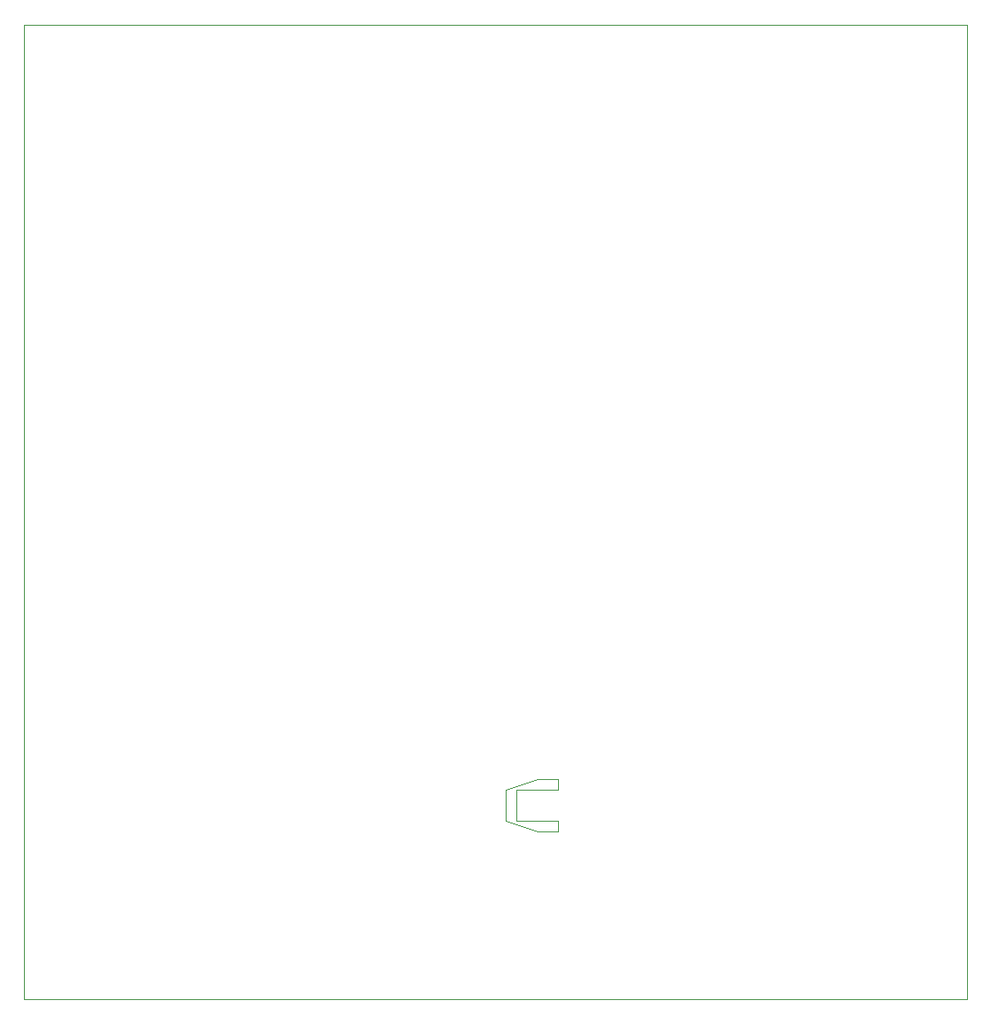
<source format=gbr>
%TF.GenerationSoftware,KiCad,Pcbnew,9.0.0*%
%TF.CreationDate,2025-04-25T09:10:44+07:00*%
%TF.ProjectId,Final_Project_PCB,46696e61-6c5f-4507-926f-6a6563745f50,rev?*%
%TF.SameCoordinates,Original*%
%TF.FileFunction,Profile,NP*%
%FSLAX46Y46*%
G04 Gerber Fmt 4.6, Leading zero omitted, Abs format (unit mm)*
G04 Created by KiCad (PCBNEW 9.0.0) date 2025-04-25 09:10:44*
%MOMM*%
%LPD*%
G01*
G04 APERTURE LIST*
%TA.AperFunction,Profile*%
%ADD10C,0.050000*%
%TD*%
G04 APERTURE END LIST*
D10*
X201000000Y-112000000D02*
X201000000Y-111000000D01*
X196000000Y-111000000D02*
X199000000Y-112000000D01*
X201000000Y-107000000D02*
X199000000Y-107000000D01*
X196000000Y-108000000D02*
X196000000Y-111000000D01*
X197000000Y-111000000D02*
X197000000Y-108000000D01*
X199000000Y-107000000D02*
X196000000Y-108000000D01*
X201000000Y-111000000D02*
X197000000Y-111000000D01*
X197000000Y-108000000D02*
X201000000Y-108000000D01*
X201000000Y-108000000D02*
X201000000Y-107000000D01*
X150000000Y-35000000D02*
X240000000Y-35000000D01*
X240000000Y-128000000D01*
X150000000Y-128000000D01*
X150000000Y-35000000D01*
X199000000Y-112000000D02*
X201000000Y-112000000D01*
M02*

</source>
